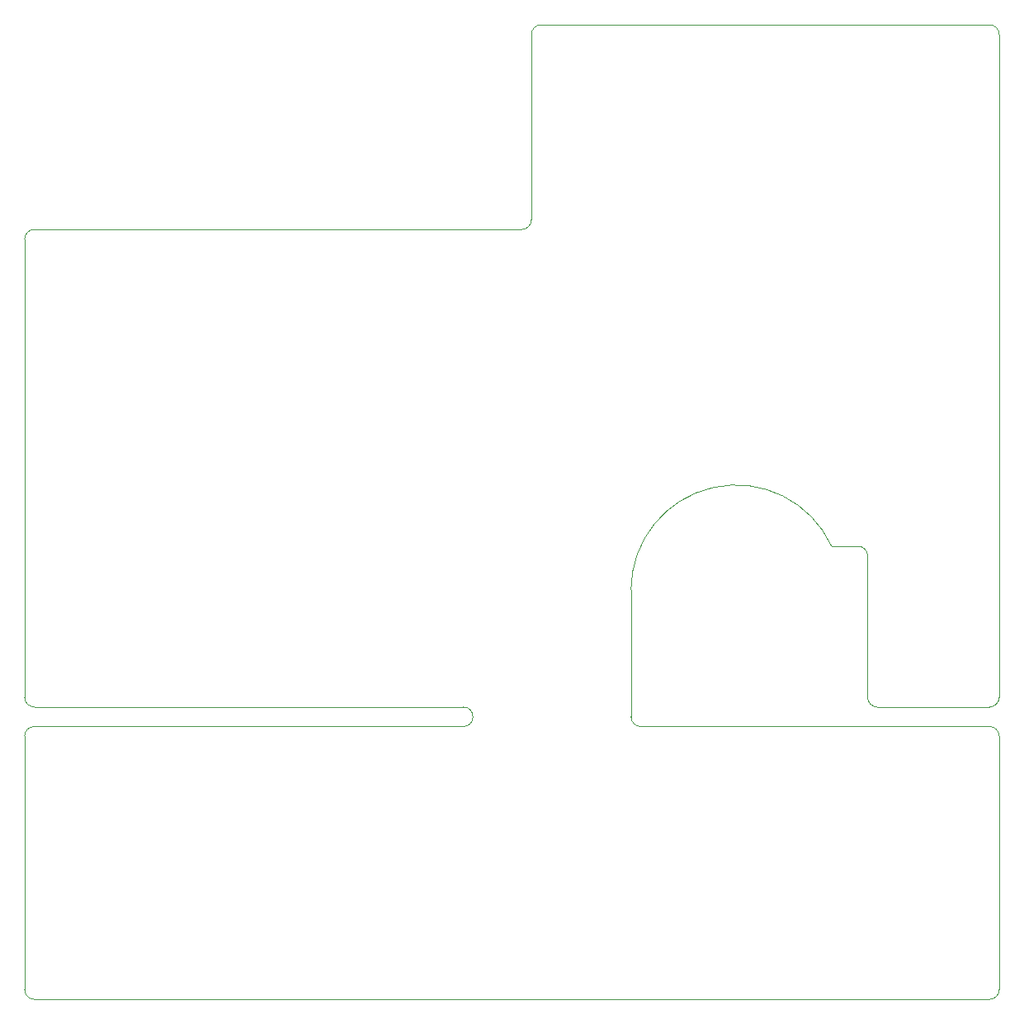
<source format=gbr>
G04 #@! TF.GenerationSoftware,KiCad,Pcbnew,(5.1.2)-2*
G04 #@! TF.CreationDate,2020-12-08T09:13:38+10:00*
G04 #@! TF.ProjectId,MK2090_PERI_order,4d4b3230-3930-45f5-9045-52495f6f7264,rev?*
G04 #@! TF.SameCoordinates,Original*
G04 #@! TF.FileFunction,Profile,NP*
%FSLAX46Y46*%
G04 Gerber Fmt 4.6, Leading zero omitted, Abs format (unit mm)*
G04 Created by KiCad (PCBNEW (5.1.2)-2) date 2020-12-08 09:13:38*
%MOMM*%
%LPD*%
G04 APERTURE LIST*
%ADD10C,0.050000*%
G04 APERTURE END LIST*
D10*
X113220000Y-142000000D02*
G75*
G02X112220000Y-141000000I0J1000000D01*
G01*
X137500000Y-140000000D02*
G75*
G02X136500000Y-139000000I0J1000000D01*
G01*
X112220000Y-128000000D02*
X112220000Y-141000000D01*
X95000000Y-142000000D02*
G75*
G03X95000000Y-140000000I0J1000000D01*
G01*
X135500000Y-123500000D02*
X132800000Y-123500000D01*
X136500000Y-124500000D02*
X136500000Y-139000000D01*
X135500000Y-123500000D02*
G75*
G02X136500000Y-124500000I0J-1000000D01*
G01*
X137500000Y-140000000D02*
X149000000Y-140000000D01*
X95000000Y-142000000D02*
X51000000Y-142000000D01*
X150000000Y-143000000D02*
X150000000Y-169000000D01*
X50000000Y-143000000D02*
X50000000Y-169000000D01*
X50000000Y-143000000D02*
G75*
G02X51000000Y-142000000I1000000J0D01*
G01*
X113220000Y-142000000D02*
X149000000Y-142000000D01*
X149000000Y-142000000D02*
G75*
G02X150000000Y-143000000I0J-1000000D01*
G01*
X150000000Y-169000000D02*
G75*
G02X149000000Y-170000000I-1000000J0D01*
G01*
X51000000Y-170000000D02*
X149000000Y-170000000D01*
X51000000Y-170000000D02*
G75*
G02X50000000Y-169000000I0J1000000D01*
G01*
X112216216Y-128000000D02*
G75*
G02X132800000Y-123500000I10783784J0D01*
G01*
X149000000Y-70000000D02*
G75*
G02X150000000Y-71000000I0J-1000000D01*
G01*
X150000000Y-139000000D02*
X150000000Y-71000000D01*
X150000000Y-139000000D02*
G75*
G02X149000000Y-140000000I-1000000J0D01*
G01*
X50000000Y-92000000D02*
X50000000Y-139000000D01*
X51000000Y-140000000D02*
G75*
G02X50000000Y-139000000I0J1000000D01*
G01*
X51000000Y-140000000D02*
X95000000Y-140000000D01*
X50000000Y-92000000D02*
G75*
G02X51000000Y-91000000I1000000J0D01*
G01*
X101000000Y-91000000D02*
X51000000Y-91000000D01*
X102000000Y-90000000D02*
G75*
G02X101000000Y-91000000I-1000000J0D01*
G01*
X102000000Y-71000000D02*
X102000000Y-90000000D01*
X102000000Y-71000000D02*
G75*
G02X103000000Y-70000000I1000000J0D01*
G01*
X149000000Y-70000000D02*
X103000000Y-70000000D01*
M02*

</source>
